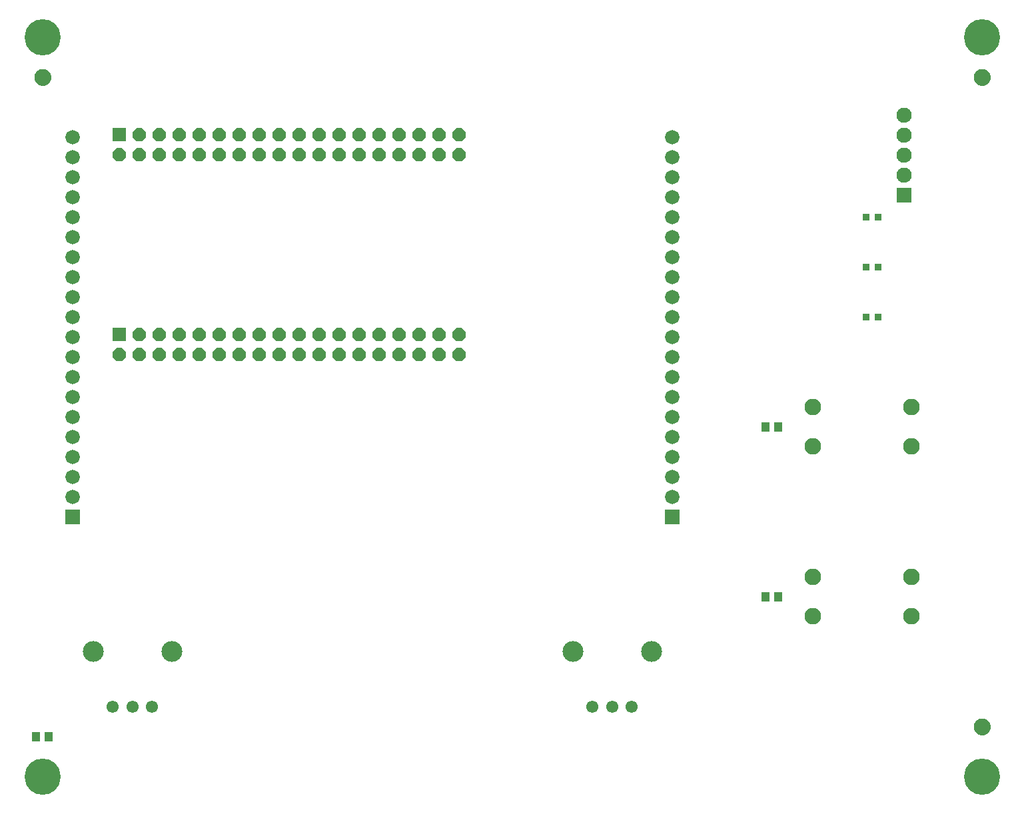
<source format=gbr>
G04 EAGLE Gerber RS-274X export*
G75*
%MOMM*%
%FSLAX34Y34*%
%LPD*%
%INSoldermask Top*%
%IPPOS*%
%AMOC8*
5,1,8,0,0,1.08239X$1,22.5*%
G01*
%ADD10R,1.676400X1.676400*%
%ADD11P,1.814519X8X22.500000*%
%ADD12R,1.102359X1.183641*%
%ADD13C,2.112400*%
%ADD14C,1.552400*%
%ADD15C,2.652400*%
%ADD16R,0.952400X0.952400*%
%ADD17R,1.828800X1.828800*%
%ADD18C,1.828800*%
%ADD19C,4.597400*%
%ADD20C,0.609600*%
%ADD21C,1.168400*%
%ADD22R,1.930400X1.930400*%
%ADD23C,1.930400*%


D10*
X135300Y853700D03*
D11*
X135300Y828300D03*
X160700Y853700D03*
X160700Y828300D03*
X186100Y853700D03*
X186100Y828300D03*
X211500Y853700D03*
X211500Y828300D03*
X236900Y853700D03*
X236900Y828300D03*
X262300Y853700D03*
X262300Y828300D03*
X287700Y853700D03*
X287700Y828300D03*
X313100Y853700D03*
X313100Y828300D03*
X338500Y853700D03*
X338500Y828300D03*
X363900Y853700D03*
X363900Y828300D03*
X389300Y853700D03*
X389300Y828300D03*
X414700Y853700D03*
X414700Y828300D03*
X440100Y853700D03*
X440100Y828300D03*
X465500Y853700D03*
X465500Y828300D03*
X490900Y853700D03*
X490900Y828300D03*
X516300Y853700D03*
X516300Y828300D03*
X541700Y853700D03*
X541700Y828300D03*
X567100Y853700D03*
X567100Y828300D03*
D10*
X135300Y599700D03*
D11*
X135300Y574300D03*
X160700Y599700D03*
X160700Y574300D03*
X186100Y599700D03*
X186100Y574300D03*
X211500Y599700D03*
X211500Y574300D03*
X236900Y599700D03*
X236900Y574300D03*
X262300Y599700D03*
X262300Y574300D03*
X287700Y599700D03*
X287700Y574300D03*
X313100Y599700D03*
X313100Y574300D03*
X338500Y599700D03*
X338500Y574300D03*
X363900Y599700D03*
X363900Y574300D03*
X389300Y599700D03*
X389300Y574300D03*
X414700Y599700D03*
X414700Y574300D03*
X440100Y599700D03*
X440100Y574300D03*
X465500Y599700D03*
X465500Y574300D03*
X490900Y599700D03*
X490900Y574300D03*
X516300Y599700D03*
X516300Y574300D03*
X541700Y599700D03*
X541700Y574300D03*
X567100Y599700D03*
X567100Y574300D03*
D12*
X957199Y482600D03*
X973201Y482600D03*
X957199Y266700D03*
X973201Y266700D03*
D13*
X1017000Y291700D03*
X1017000Y241700D03*
X1142000Y291700D03*
X1142000Y241700D03*
X1017000Y507600D03*
X1017000Y457600D03*
X1142000Y507600D03*
X1142000Y457600D03*
D14*
X737000Y127000D03*
X787000Y127000D03*
X762000Y127000D03*
D15*
X712000Y197000D03*
X812000Y197000D03*
D14*
X127400Y127000D03*
X177400Y127000D03*
X152400Y127000D03*
D15*
X102400Y197000D03*
X202400Y197000D03*
D16*
X1084700Y749300D03*
X1099700Y749300D03*
X1084700Y685800D03*
X1099700Y685800D03*
X1084700Y622300D03*
X1099700Y622300D03*
D17*
X838200Y368300D03*
D18*
X838200Y393700D03*
X838200Y419100D03*
X838200Y444500D03*
X838200Y469900D03*
X838200Y495300D03*
X838200Y520700D03*
X838200Y546100D03*
X838200Y571500D03*
X838200Y596900D03*
X838200Y622300D03*
X838200Y647700D03*
X838200Y673100D03*
X838200Y698500D03*
X838200Y723900D03*
X838200Y749300D03*
X838200Y774700D03*
X838200Y800100D03*
X838200Y825500D03*
X838200Y850900D03*
D17*
X76200Y368300D03*
D18*
X76200Y393700D03*
X76200Y419100D03*
X76200Y444500D03*
X76200Y469900D03*
X76200Y495300D03*
X76200Y520700D03*
X76200Y546100D03*
X76200Y571500D03*
X76200Y596900D03*
X76200Y622300D03*
X76200Y647700D03*
X76200Y673100D03*
X76200Y698500D03*
X76200Y723900D03*
X76200Y749300D03*
X76200Y774700D03*
X76200Y800100D03*
X76200Y825500D03*
X76200Y850900D03*
D19*
X38100Y38100D03*
X38100Y977900D03*
X1231900Y977900D03*
X1231900Y38100D03*
D20*
X30480Y927100D02*
X30482Y927287D01*
X30489Y927474D01*
X30501Y927661D01*
X30517Y927847D01*
X30537Y928033D01*
X30562Y928218D01*
X30592Y928403D01*
X30626Y928587D01*
X30665Y928770D01*
X30708Y928952D01*
X30756Y929132D01*
X30808Y929312D01*
X30865Y929490D01*
X30925Y929667D01*
X30991Y929842D01*
X31060Y930016D01*
X31134Y930188D01*
X31212Y930358D01*
X31294Y930526D01*
X31380Y930692D01*
X31470Y930856D01*
X31564Y931017D01*
X31662Y931177D01*
X31764Y931333D01*
X31870Y931488D01*
X31980Y931639D01*
X32093Y931788D01*
X32210Y931934D01*
X32330Y932077D01*
X32454Y932217D01*
X32581Y932354D01*
X32712Y932488D01*
X32846Y932619D01*
X32983Y932746D01*
X33123Y932870D01*
X33266Y932990D01*
X33412Y933107D01*
X33561Y933220D01*
X33712Y933330D01*
X33867Y933436D01*
X34023Y933538D01*
X34183Y933636D01*
X34344Y933730D01*
X34508Y933820D01*
X34674Y933906D01*
X34842Y933988D01*
X35012Y934066D01*
X35184Y934140D01*
X35358Y934209D01*
X35533Y934275D01*
X35710Y934335D01*
X35888Y934392D01*
X36068Y934444D01*
X36248Y934492D01*
X36430Y934535D01*
X36613Y934574D01*
X36797Y934608D01*
X36982Y934638D01*
X37167Y934663D01*
X37353Y934683D01*
X37539Y934699D01*
X37726Y934711D01*
X37913Y934718D01*
X38100Y934720D01*
X38287Y934718D01*
X38474Y934711D01*
X38661Y934699D01*
X38847Y934683D01*
X39033Y934663D01*
X39218Y934638D01*
X39403Y934608D01*
X39587Y934574D01*
X39770Y934535D01*
X39952Y934492D01*
X40132Y934444D01*
X40312Y934392D01*
X40490Y934335D01*
X40667Y934275D01*
X40842Y934209D01*
X41016Y934140D01*
X41188Y934066D01*
X41358Y933988D01*
X41526Y933906D01*
X41692Y933820D01*
X41856Y933730D01*
X42017Y933636D01*
X42177Y933538D01*
X42333Y933436D01*
X42488Y933330D01*
X42639Y933220D01*
X42788Y933107D01*
X42934Y932990D01*
X43077Y932870D01*
X43217Y932746D01*
X43354Y932619D01*
X43488Y932488D01*
X43619Y932354D01*
X43746Y932217D01*
X43870Y932077D01*
X43990Y931934D01*
X44107Y931788D01*
X44220Y931639D01*
X44330Y931488D01*
X44436Y931333D01*
X44538Y931177D01*
X44636Y931017D01*
X44730Y930856D01*
X44820Y930692D01*
X44906Y930526D01*
X44988Y930358D01*
X45066Y930188D01*
X45140Y930016D01*
X45209Y929842D01*
X45275Y929667D01*
X45335Y929490D01*
X45392Y929312D01*
X45444Y929132D01*
X45492Y928952D01*
X45535Y928770D01*
X45574Y928587D01*
X45608Y928403D01*
X45638Y928218D01*
X45663Y928033D01*
X45683Y927847D01*
X45699Y927661D01*
X45711Y927474D01*
X45718Y927287D01*
X45720Y927100D01*
X45718Y926913D01*
X45711Y926726D01*
X45699Y926539D01*
X45683Y926353D01*
X45663Y926167D01*
X45638Y925982D01*
X45608Y925797D01*
X45574Y925613D01*
X45535Y925430D01*
X45492Y925248D01*
X45444Y925068D01*
X45392Y924888D01*
X45335Y924710D01*
X45275Y924533D01*
X45209Y924358D01*
X45140Y924184D01*
X45066Y924012D01*
X44988Y923842D01*
X44906Y923674D01*
X44820Y923508D01*
X44730Y923344D01*
X44636Y923183D01*
X44538Y923023D01*
X44436Y922867D01*
X44330Y922712D01*
X44220Y922561D01*
X44107Y922412D01*
X43990Y922266D01*
X43870Y922123D01*
X43746Y921983D01*
X43619Y921846D01*
X43488Y921712D01*
X43354Y921581D01*
X43217Y921454D01*
X43077Y921330D01*
X42934Y921210D01*
X42788Y921093D01*
X42639Y920980D01*
X42488Y920870D01*
X42333Y920764D01*
X42177Y920662D01*
X42017Y920564D01*
X41856Y920470D01*
X41692Y920380D01*
X41526Y920294D01*
X41358Y920212D01*
X41188Y920134D01*
X41016Y920060D01*
X40842Y919991D01*
X40667Y919925D01*
X40490Y919865D01*
X40312Y919808D01*
X40132Y919756D01*
X39952Y919708D01*
X39770Y919665D01*
X39587Y919626D01*
X39403Y919592D01*
X39218Y919562D01*
X39033Y919537D01*
X38847Y919517D01*
X38661Y919501D01*
X38474Y919489D01*
X38287Y919482D01*
X38100Y919480D01*
X37913Y919482D01*
X37726Y919489D01*
X37539Y919501D01*
X37353Y919517D01*
X37167Y919537D01*
X36982Y919562D01*
X36797Y919592D01*
X36613Y919626D01*
X36430Y919665D01*
X36248Y919708D01*
X36068Y919756D01*
X35888Y919808D01*
X35710Y919865D01*
X35533Y919925D01*
X35358Y919991D01*
X35184Y920060D01*
X35012Y920134D01*
X34842Y920212D01*
X34674Y920294D01*
X34508Y920380D01*
X34344Y920470D01*
X34183Y920564D01*
X34023Y920662D01*
X33867Y920764D01*
X33712Y920870D01*
X33561Y920980D01*
X33412Y921093D01*
X33266Y921210D01*
X33123Y921330D01*
X32983Y921454D01*
X32846Y921581D01*
X32712Y921712D01*
X32581Y921846D01*
X32454Y921983D01*
X32330Y922123D01*
X32210Y922266D01*
X32093Y922412D01*
X31980Y922561D01*
X31870Y922712D01*
X31764Y922867D01*
X31662Y923023D01*
X31564Y923183D01*
X31470Y923344D01*
X31380Y923508D01*
X31294Y923674D01*
X31212Y923842D01*
X31134Y924012D01*
X31060Y924184D01*
X30991Y924358D01*
X30925Y924533D01*
X30865Y924710D01*
X30808Y924888D01*
X30756Y925068D01*
X30708Y925248D01*
X30665Y925430D01*
X30626Y925613D01*
X30592Y925797D01*
X30562Y925982D01*
X30537Y926167D01*
X30517Y926353D01*
X30501Y926539D01*
X30489Y926726D01*
X30482Y926913D01*
X30480Y927100D01*
D21*
X38100Y927100D03*
D20*
X1224280Y927100D02*
X1224282Y927287D01*
X1224289Y927474D01*
X1224301Y927661D01*
X1224317Y927847D01*
X1224337Y928033D01*
X1224362Y928218D01*
X1224392Y928403D01*
X1224426Y928587D01*
X1224465Y928770D01*
X1224508Y928952D01*
X1224556Y929132D01*
X1224608Y929312D01*
X1224665Y929490D01*
X1224725Y929667D01*
X1224791Y929842D01*
X1224860Y930016D01*
X1224934Y930188D01*
X1225012Y930358D01*
X1225094Y930526D01*
X1225180Y930692D01*
X1225270Y930856D01*
X1225364Y931017D01*
X1225462Y931177D01*
X1225564Y931333D01*
X1225670Y931488D01*
X1225780Y931639D01*
X1225893Y931788D01*
X1226010Y931934D01*
X1226130Y932077D01*
X1226254Y932217D01*
X1226381Y932354D01*
X1226512Y932488D01*
X1226646Y932619D01*
X1226783Y932746D01*
X1226923Y932870D01*
X1227066Y932990D01*
X1227212Y933107D01*
X1227361Y933220D01*
X1227512Y933330D01*
X1227667Y933436D01*
X1227823Y933538D01*
X1227983Y933636D01*
X1228144Y933730D01*
X1228308Y933820D01*
X1228474Y933906D01*
X1228642Y933988D01*
X1228812Y934066D01*
X1228984Y934140D01*
X1229158Y934209D01*
X1229333Y934275D01*
X1229510Y934335D01*
X1229688Y934392D01*
X1229868Y934444D01*
X1230048Y934492D01*
X1230230Y934535D01*
X1230413Y934574D01*
X1230597Y934608D01*
X1230782Y934638D01*
X1230967Y934663D01*
X1231153Y934683D01*
X1231339Y934699D01*
X1231526Y934711D01*
X1231713Y934718D01*
X1231900Y934720D01*
X1232087Y934718D01*
X1232274Y934711D01*
X1232461Y934699D01*
X1232647Y934683D01*
X1232833Y934663D01*
X1233018Y934638D01*
X1233203Y934608D01*
X1233387Y934574D01*
X1233570Y934535D01*
X1233752Y934492D01*
X1233932Y934444D01*
X1234112Y934392D01*
X1234290Y934335D01*
X1234467Y934275D01*
X1234642Y934209D01*
X1234816Y934140D01*
X1234988Y934066D01*
X1235158Y933988D01*
X1235326Y933906D01*
X1235492Y933820D01*
X1235656Y933730D01*
X1235817Y933636D01*
X1235977Y933538D01*
X1236133Y933436D01*
X1236288Y933330D01*
X1236439Y933220D01*
X1236588Y933107D01*
X1236734Y932990D01*
X1236877Y932870D01*
X1237017Y932746D01*
X1237154Y932619D01*
X1237288Y932488D01*
X1237419Y932354D01*
X1237546Y932217D01*
X1237670Y932077D01*
X1237790Y931934D01*
X1237907Y931788D01*
X1238020Y931639D01*
X1238130Y931488D01*
X1238236Y931333D01*
X1238338Y931177D01*
X1238436Y931017D01*
X1238530Y930856D01*
X1238620Y930692D01*
X1238706Y930526D01*
X1238788Y930358D01*
X1238866Y930188D01*
X1238940Y930016D01*
X1239009Y929842D01*
X1239075Y929667D01*
X1239135Y929490D01*
X1239192Y929312D01*
X1239244Y929132D01*
X1239292Y928952D01*
X1239335Y928770D01*
X1239374Y928587D01*
X1239408Y928403D01*
X1239438Y928218D01*
X1239463Y928033D01*
X1239483Y927847D01*
X1239499Y927661D01*
X1239511Y927474D01*
X1239518Y927287D01*
X1239520Y927100D01*
X1239518Y926913D01*
X1239511Y926726D01*
X1239499Y926539D01*
X1239483Y926353D01*
X1239463Y926167D01*
X1239438Y925982D01*
X1239408Y925797D01*
X1239374Y925613D01*
X1239335Y925430D01*
X1239292Y925248D01*
X1239244Y925068D01*
X1239192Y924888D01*
X1239135Y924710D01*
X1239075Y924533D01*
X1239009Y924358D01*
X1238940Y924184D01*
X1238866Y924012D01*
X1238788Y923842D01*
X1238706Y923674D01*
X1238620Y923508D01*
X1238530Y923344D01*
X1238436Y923183D01*
X1238338Y923023D01*
X1238236Y922867D01*
X1238130Y922712D01*
X1238020Y922561D01*
X1237907Y922412D01*
X1237790Y922266D01*
X1237670Y922123D01*
X1237546Y921983D01*
X1237419Y921846D01*
X1237288Y921712D01*
X1237154Y921581D01*
X1237017Y921454D01*
X1236877Y921330D01*
X1236734Y921210D01*
X1236588Y921093D01*
X1236439Y920980D01*
X1236288Y920870D01*
X1236133Y920764D01*
X1235977Y920662D01*
X1235817Y920564D01*
X1235656Y920470D01*
X1235492Y920380D01*
X1235326Y920294D01*
X1235158Y920212D01*
X1234988Y920134D01*
X1234816Y920060D01*
X1234642Y919991D01*
X1234467Y919925D01*
X1234290Y919865D01*
X1234112Y919808D01*
X1233932Y919756D01*
X1233752Y919708D01*
X1233570Y919665D01*
X1233387Y919626D01*
X1233203Y919592D01*
X1233018Y919562D01*
X1232833Y919537D01*
X1232647Y919517D01*
X1232461Y919501D01*
X1232274Y919489D01*
X1232087Y919482D01*
X1231900Y919480D01*
X1231713Y919482D01*
X1231526Y919489D01*
X1231339Y919501D01*
X1231153Y919517D01*
X1230967Y919537D01*
X1230782Y919562D01*
X1230597Y919592D01*
X1230413Y919626D01*
X1230230Y919665D01*
X1230048Y919708D01*
X1229868Y919756D01*
X1229688Y919808D01*
X1229510Y919865D01*
X1229333Y919925D01*
X1229158Y919991D01*
X1228984Y920060D01*
X1228812Y920134D01*
X1228642Y920212D01*
X1228474Y920294D01*
X1228308Y920380D01*
X1228144Y920470D01*
X1227983Y920564D01*
X1227823Y920662D01*
X1227667Y920764D01*
X1227512Y920870D01*
X1227361Y920980D01*
X1227212Y921093D01*
X1227066Y921210D01*
X1226923Y921330D01*
X1226783Y921454D01*
X1226646Y921581D01*
X1226512Y921712D01*
X1226381Y921846D01*
X1226254Y921983D01*
X1226130Y922123D01*
X1226010Y922266D01*
X1225893Y922412D01*
X1225780Y922561D01*
X1225670Y922712D01*
X1225564Y922867D01*
X1225462Y923023D01*
X1225364Y923183D01*
X1225270Y923344D01*
X1225180Y923508D01*
X1225094Y923674D01*
X1225012Y923842D01*
X1224934Y924012D01*
X1224860Y924184D01*
X1224791Y924358D01*
X1224725Y924533D01*
X1224665Y924710D01*
X1224608Y924888D01*
X1224556Y925068D01*
X1224508Y925248D01*
X1224465Y925430D01*
X1224426Y925613D01*
X1224392Y925797D01*
X1224362Y925982D01*
X1224337Y926167D01*
X1224317Y926353D01*
X1224301Y926539D01*
X1224289Y926726D01*
X1224282Y926913D01*
X1224280Y927100D01*
D21*
X1231900Y927100D03*
D20*
X1224280Y101600D02*
X1224282Y101787D01*
X1224289Y101974D01*
X1224301Y102161D01*
X1224317Y102347D01*
X1224337Y102533D01*
X1224362Y102718D01*
X1224392Y102903D01*
X1224426Y103087D01*
X1224465Y103270D01*
X1224508Y103452D01*
X1224556Y103632D01*
X1224608Y103812D01*
X1224665Y103990D01*
X1224725Y104167D01*
X1224791Y104342D01*
X1224860Y104516D01*
X1224934Y104688D01*
X1225012Y104858D01*
X1225094Y105026D01*
X1225180Y105192D01*
X1225270Y105356D01*
X1225364Y105517D01*
X1225462Y105677D01*
X1225564Y105833D01*
X1225670Y105988D01*
X1225780Y106139D01*
X1225893Y106288D01*
X1226010Y106434D01*
X1226130Y106577D01*
X1226254Y106717D01*
X1226381Y106854D01*
X1226512Y106988D01*
X1226646Y107119D01*
X1226783Y107246D01*
X1226923Y107370D01*
X1227066Y107490D01*
X1227212Y107607D01*
X1227361Y107720D01*
X1227512Y107830D01*
X1227667Y107936D01*
X1227823Y108038D01*
X1227983Y108136D01*
X1228144Y108230D01*
X1228308Y108320D01*
X1228474Y108406D01*
X1228642Y108488D01*
X1228812Y108566D01*
X1228984Y108640D01*
X1229158Y108709D01*
X1229333Y108775D01*
X1229510Y108835D01*
X1229688Y108892D01*
X1229868Y108944D01*
X1230048Y108992D01*
X1230230Y109035D01*
X1230413Y109074D01*
X1230597Y109108D01*
X1230782Y109138D01*
X1230967Y109163D01*
X1231153Y109183D01*
X1231339Y109199D01*
X1231526Y109211D01*
X1231713Y109218D01*
X1231900Y109220D01*
X1232087Y109218D01*
X1232274Y109211D01*
X1232461Y109199D01*
X1232647Y109183D01*
X1232833Y109163D01*
X1233018Y109138D01*
X1233203Y109108D01*
X1233387Y109074D01*
X1233570Y109035D01*
X1233752Y108992D01*
X1233932Y108944D01*
X1234112Y108892D01*
X1234290Y108835D01*
X1234467Y108775D01*
X1234642Y108709D01*
X1234816Y108640D01*
X1234988Y108566D01*
X1235158Y108488D01*
X1235326Y108406D01*
X1235492Y108320D01*
X1235656Y108230D01*
X1235817Y108136D01*
X1235977Y108038D01*
X1236133Y107936D01*
X1236288Y107830D01*
X1236439Y107720D01*
X1236588Y107607D01*
X1236734Y107490D01*
X1236877Y107370D01*
X1237017Y107246D01*
X1237154Y107119D01*
X1237288Y106988D01*
X1237419Y106854D01*
X1237546Y106717D01*
X1237670Y106577D01*
X1237790Y106434D01*
X1237907Y106288D01*
X1238020Y106139D01*
X1238130Y105988D01*
X1238236Y105833D01*
X1238338Y105677D01*
X1238436Y105517D01*
X1238530Y105356D01*
X1238620Y105192D01*
X1238706Y105026D01*
X1238788Y104858D01*
X1238866Y104688D01*
X1238940Y104516D01*
X1239009Y104342D01*
X1239075Y104167D01*
X1239135Y103990D01*
X1239192Y103812D01*
X1239244Y103632D01*
X1239292Y103452D01*
X1239335Y103270D01*
X1239374Y103087D01*
X1239408Y102903D01*
X1239438Y102718D01*
X1239463Y102533D01*
X1239483Y102347D01*
X1239499Y102161D01*
X1239511Y101974D01*
X1239518Y101787D01*
X1239520Y101600D01*
X1239518Y101413D01*
X1239511Y101226D01*
X1239499Y101039D01*
X1239483Y100853D01*
X1239463Y100667D01*
X1239438Y100482D01*
X1239408Y100297D01*
X1239374Y100113D01*
X1239335Y99930D01*
X1239292Y99748D01*
X1239244Y99568D01*
X1239192Y99388D01*
X1239135Y99210D01*
X1239075Y99033D01*
X1239009Y98858D01*
X1238940Y98684D01*
X1238866Y98512D01*
X1238788Y98342D01*
X1238706Y98174D01*
X1238620Y98008D01*
X1238530Y97844D01*
X1238436Y97683D01*
X1238338Y97523D01*
X1238236Y97367D01*
X1238130Y97212D01*
X1238020Y97061D01*
X1237907Y96912D01*
X1237790Y96766D01*
X1237670Y96623D01*
X1237546Y96483D01*
X1237419Y96346D01*
X1237288Y96212D01*
X1237154Y96081D01*
X1237017Y95954D01*
X1236877Y95830D01*
X1236734Y95710D01*
X1236588Y95593D01*
X1236439Y95480D01*
X1236288Y95370D01*
X1236133Y95264D01*
X1235977Y95162D01*
X1235817Y95064D01*
X1235656Y94970D01*
X1235492Y94880D01*
X1235326Y94794D01*
X1235158Y94712D01*
X1234988Y94634D01*
X1234816Y94560D01*
X1234642Y94491D01*
X1234467Y94425D01*
X1234290Y94365D01*
X1234112Y94308D01*
X1233932Y94256D01*
X1233752Y94208D01*
X1233570Y94165D01*
X1233387Y94126D01*
X1233203Y94092D01*
X1233018Y94062D01*
X1232833Y94037D01*
X1232647Y94017D01*
X1232461Y94001D01*
X1232274Y93989D01*
X1232087Y93982D01*
X1231900Y93980D01*
X1231713Y93982D01*
X1231526Y93989D01*
X1231339Y94001D01*
X1231153Y94017D01*
X1230967Y94037D01*
X1230782Y94062D01*
X1230597Y94092D01*
X1230413Y94126D01*
X1230230Y94165D01*
X1230048Y94208D01*
X1229868Y94256D01*
X1229688Y94308D01*
X1229510Y94365D01*
X1229333Y94425D01*
X1229158Y94491D01*
X1228984Y94560D01*
X1228812Y94634D01*
X1228642Y94712D01*
X1228474Y94794D01*
X1228308Y94880D01*
X1228144Y94970D01*
X1227983Y95064D01*
X1227823Y95162D01*
X1227667Y95264D01*
X1227512Y95370D01*
X1227361Y95480D01*
X1227212Y95593D01*
X1227066Y95710D01*
X1226923Y95830D01*
X1226783Y95954D01*
X1226646Y96081D01*
X1226512Y96212D01*
X1226381Y96346D01*
X1226254Y96483D01*
X1226130Y96623D01*
X1226010Y96766D01*
X1225893Y96912D01*
X1225780Y97061D01*
X1225670Y97212D01*
X1225564Y97367D01*
X1225462Y97523D01*
X1225364Y97683D01*
X1225270Y97844D01*
X1225180Y98008D01*
X1225094Y98174D01*
X1225012Y98342D01*
X1224934Y98512D01*
X1224860Y98684D01*
X1224791Y98858D01*
X1224725Y99033D01*
X1224665Y99210D01*
X1224608Y99388D01*
X1224556Y99568D01*
X1224508Y99748D01*
X1224465Y99930D01*
X1224426Y100113D01*
X1224392Y100297D01*
X1224362Y100482D01*
X1224337Y100667D01*
X1224317Y100853D01*
X1224301Y101039D01*
X1224289Y101226D01*
X1224282Y101413D01*
X1224280Y101600D01*
D21*
X1231900Y101600D03*
D12*
X46101Y88900D03*
X30099Y88900D03*
D22*
X1132840Y777240D03*
D23*
X1132840Y802640D03*
X1132840Y828040D03*
X1132840Y853440D03*
X1132840Y878840D03*
M02*

</source>
